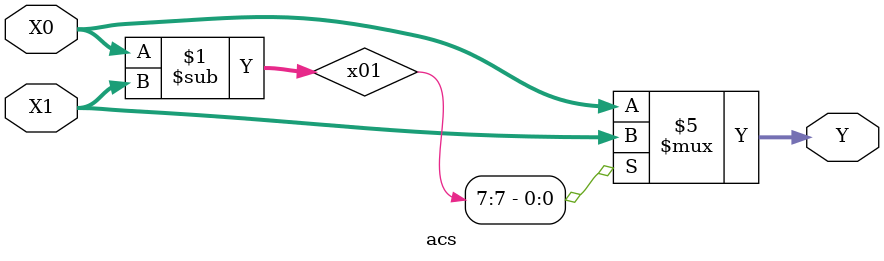
<source format=v>
`timescale 1ns/1ns

module acs (X0, X1, Y);

  input [7:0] X0;
  input [7:0] X1;
  output reg [7:0] Y;

  wire [7:0] x01;

  assign #1 x01 = X0 - X1;	

  always @ (x01, X0, X1) 
  begin
    if (!x01[7]) 
    begin
	Y <= #1 X0;
    end
    else 
    begin
	Y <= #1 X1;
    end
  end

endmodule
</source>
